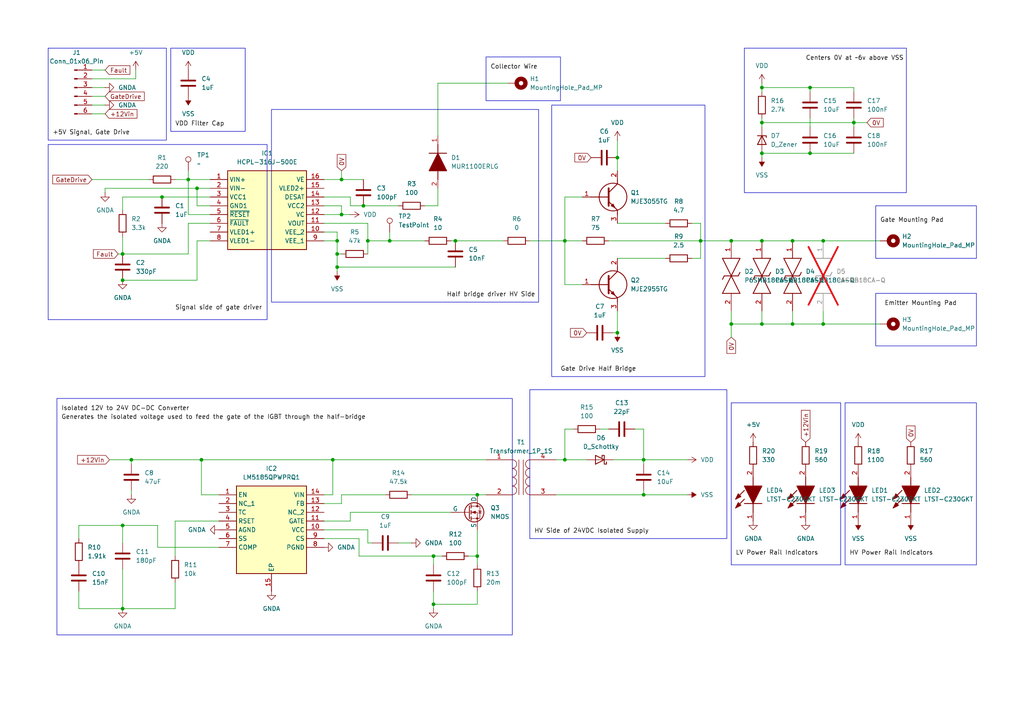
<source format=kicad_sch>
(kicad_sch (version 20231120) (generator "eeschema") (generator_version "8.0")
  (paper "A4")
  (title_block (title "IGBT Module Driver (CM600HA-24H)") (date "2025-02-06") (rev "1") (company "University of California, Santa Cruz"))
  (lib_symbols
    (symbol "Connector:Conn_01x06_Pin" (pin_names (offset 1.016) hide)
      (property "Reference" "J" (at 0 7.62 0))
      (property "Value" "Conn_01x06_Pin" (at 0 -10.16 0))
      (symbol "Conn_01x06_Pin_1_1"
        (pin passive line (at 5.08 5.08 180) (length 3.81) (name "Pin_1") (number "1"))
        (pin passive line (at 5.08 2.54 180) (length 3.81) (name "Pin_2") (number "2"))
        (pin passive line (at 5.08 0 180) (length 3.81) (name "Pin_3") (number "3"))
        (pin passive line (at 5.08 -2.54 180) (length 3.81) (name "Pin_4") (number "4"))
        (pin passive line (at 5.08 -5.08 180) (length 3.81) (name "Pin_5") (number "5"))
        (pin passive line (at 5.08 -7.62 180) (length 3.81) (name "Pin_6") (number "6"))
      )
    )
    (symbol "Connector:TestPoint" (pin_numbers hide) (pin_names (offset 0.762) hide)
      (property "Reference" "TP" (at 0 6.858 0))
      (property "Value" "TestPoint" (at 0 5.08 0))
      (symbol "TestPoint_1_1"
        (pin passive line (at 0 0 90) (length 2.54) (name "1") (number "1"))
      )
    )
    (symbol "Device:C" (pin_numbers hide) (pin_names (offset 0.254))
      (property "Reference" "C" (at 0.635 2.54 0))
      (property "Value" "C" (at 0.635 -2.54 0))
      (symbol "C_1_1"
        (pin passive line (at 0 3.81 270) (length 2.794) (name "~") (number "1"))
        (pin passive line (at 0 -3.81 90) (length 2.794) (name "~") (number "2"))
      )
    )
    (symbol "Device:D_Schottky" (pin_numbers hide) (pin_names (offset 1.016) hide)
      (property "Reference" "D" (at 0 2.54 0))
      (property "Value" "D_Schottky" (at 0 -2.54 0))
      (symbol "D_Schottky_1_1"
        (pin passive line (at -3.81 0 0) (length 2.54) (name "K") (number "1"))
        (pin passive line (at 3.81 0 180) (length 2.54) (name "A") (number "2"))
      )
    )
    (symbol "Device:D_Zener" (pin_numbers hide) (pin_names (offset 1.016) hide)
      (property "Reference" "D" (at 0 2.54 0))
      (property "Value" "D_Zener" (at 0 -2.54 0))
      (symbol "D_Zener_1_1"
        (pin passive line (at -3.81 0 0) (length 2.54) (name "K") (number "1"))
        (pin passive line (at 3.81 0 180) (length 2.54) (name "A") (number "2"))
      )
    )
    (symbol "Device:R" (pin_numbers hide) (pin_names (offset 0))
      (property "Reference" "R" (at 2.032 0 90))
      (property "Value" "R" (at 0 0 90))
      (symbol "R_1_1"
        (pin passive line (at 0 3.81 270) (length 1.27) (name "~") (number "1"))
        (pin passive line (at 0 -3.81 90) (length 1.27) (name "~") (number "2"))
      )
    )
    (symbol "Device:Transformer_1P_1S" (pin_names (offset 1.016) hide)
      (property "Reference" "T" (at 0 6.35 0))
      (property "Value" "Transformer_1P_1S" (at 0 -7.62 0))
      (symbol "Transformer_1P_1S_1_1"
        (pin passive line (at -10.16 5.08 0) (length 7.62) (name "AA") (number "1"))
        (pin passive line (at -10.16 -5.08 0) (length 7.62) (name "AB") (number "2"))
        (pin passive line (at 10.16 -5.08 180) (length 7.62) (name "SA") (number "3"))
        (pin passive line (at 10.16 5.08 180) (length 7.62) (name "SB") (number "4"))
      )
    )
    (symbol "InverterCom:HCPL-316J-500E"
      (property "Reference" "IC" (at 29.21 7.62 0))
      (property "Value" "HCPL-316J-500E" (at 29.21 5.08 0))
      (symbol "HCPL-316J-500E_1_1"
        (pin passive line (at 0 0 0) (length 5.08) (name "VIN+") (number "1"))
        (pin passive line (at 33.02 -15.24 180) (length 5.08) (name "VEE_2") (number "10"))
        (pin passive line (at 33.02 -12.7 180) (length 5.08) (name "VOUT") (number "11"))
        (pin passive line (at 33.02 -10.16 180) (length 5.08) (name "VC") (number "12"))
        (pin passive line (at 33.02 -7.62 180) (length 5.08) (name "VCC2") (number "13"))
        (pin passive line (at 33.02 -5.08 180) (length 5.08) (name "DESAT") (number "14"))
        (pin passive line (at 33.02 -2.54 180) (length 5.08) (name "VLED2+") (number "15"))
        (pin passive line (at 33.02 0 180) (length 5.08) (name "VE") (number "16"))
        (pin passive line (at 0 -2.54 0) (length 5.08) (name "VIN-") (number "2"))
        (pin passive line (at 0 -5.08 0) (length 5.08) (name "VCC1") (number "3"))
        (pin passive line (at 0 -7.62 0) (length 5.08) (name "GND1") (number "4"))
        (pin passive line (at 0 -10.16 0) (length 5.08) (name "~{RESET}") (number "5"))
        (pin passive line (at 0 -12.7 0) (length 5.08) (name "~{FAULT}") (number "6"))
        (pin passive line (at 0 -15.24 0) (length 5.08) (name "VLED1+") (number "7"))
        (pin passive line (at 0 -17.78 0) (length 5.08) (name "VLED1-") (number "8"))
        (pin passive line (at 33.02 -17.78 180) (length 5.08) (name "VEE_1") (number "9"))
      )
    )
    (symbol "InverterCom:LM5185QPWPRQ1"
      (property "Reference" "IC" (at 26.67 7.62 0))
      (property "Value" "LM5185QPWPRQ1" (at 26.67 5.08 0))
      (symbol "LM5185QPWPRQ1_1_1"
        (pin passive line (at 0 0 0) (length 5.08) (name "EN") (number "1"))
        (pin passive line (at 30.48 -10.16 180) (length 5.08) (name "VCC") (number "10"))
        (pin passive line (at 30.48 -7.62 180) (length 5.08) (name "GATE") (number "11"))
        (pin passive line (at 30.48 -5.08 180) (length 5.08) (name "NC_2") (number "12"))
        (pin passive line (at 30.48 -2.54 180) (length 5.08) (name "FB") (number "13"))
        (pin passive line (at 30.48 0 180) (length 5.08) (name "VIN") (number "14"))
        (pin passive line (at 15.24 -27.94 90) (length 5.08) (name "EP") (number "15"))
        (pin passive line (at 0 -2.54 0) (length 5.08) (name "NC_1") (number "2"))
        (pin passive line (at 0 -5.08 0) (length 5.08) (name "TC") (number "3"))
        (pin passive line (at 0 -7.62 0) (length 5.08) (name "RSET") (number "4"))
        (pin passive line (at 0 -10.16 0) (length 5.08) (name "AGND") (number "5"))
        (pin passive line (at 0 -12.7 0) (length 5.08) (name "SS") (number "6"))
        (pin passive line (at 0 -15.24 0) (length 5.08) (name "COMP") (number "7"))
        (pin passive line (at 30.48 -15.24 180) (length 5.08) (name "PGND") (number "8"))
        (pin passive line (at 30.48 -12.7 180) (length 5.08) (name "CS") (number "9"))
      )
    )
    (symbol "InverterCom:LTST-C230GKT" (pin_names hide)
      (property "Reference" "LED" (at 12.7 8.89 0))
      (property "Value" "LTST-C230GKT" (at 12.7 6.35 0))
      (symbol "LTST-C230GKT_1_1"
        (pin passive line (at 0 0 0) (length 2.54) (name "K") (number "1"))
        (pin passive line (at 15.24 0 180) (length 2.54) (name "A") (number "2"))
      )
    )
    (symbol "InverterCom:MJE3055TG" (pin_names hide)
      (property "Reference" "Q" (at 13.97 1.27 0))
      (property "Value" "MJE3055TG" (at 13.97 -1.27 0))
      (symbol "MJE3055TG_1_1"
        (pin passive line (at 0 0 0) (length 2.54) (name "B") (number "1"))
        (pin passive line (at 10.16 7.62 270) (length 2.54) (name "C") (number "2"))
        (pin passive line (at 10.16 -7.62 90) (length 2.54) (name "E") (number "3"))
      )
    )
    (symbol "InverterCom:MUR1100ERLG" (pin_names hide)
      (property "Reference" "D" (at 11.43 5.08 0))
      (property "Value" "MUR1100ERLG" (at 11.43 2.54 0))
      (symbol "MUR1100ERLG_1_1"
        (pin passive line (at 0 0 0) (length 2.54) (name "K") (number "1"))
        (pin passive line (at 15.24 0 180) (length 2.54) (name "A") (number "2"))
      )
    )
    (symbol "InverterCom:P6SMB18CA-Q" (pin_names hide)
      (property "Reference" "D" (at 4.572 5.588 0))
      (property "Value" "P6SMB18CA-Q" (at 4.572 3.556 0))
      (symbol "P6SMB18CA-Q_1_1"
        (pin passive line (at 0 0 0) (length 5.08) (name "1") (number "1"))
        (pin passive line (at 20.32 0 180) (length 5.08) (name "2") (number "2"))
      )
    )
    (symbol "Mechanical:MountingHole_Pad_MP" (pin_numbers hide) (pin_names (offset 1.016) hide) (exclude_from_sim yes) (in_bom no)
      (property "Reference" "H" (at 0 6.35 0))
      (property "Value" "MountingHole_Pad_MP" (at 0 4.445 0))
      (symbol "MountingHole_Pad_MP_1_1"
        (pin input line (at 0 -2.54 90) (length 2.54) (name "MP") (number "MP"))
      )
    )
    (symbol "Simulation_SPICE:NMOS" (pin_numbers hide) (pin_names (offset 0))
      (property "Reference" "Q" (at 5.08 1.27 0))
      (property "Value" "NMOS" (at 5.08 -1.27 0))
      (symbol "NMOS_1_1"
        (pin passive line (at 2.54 5.08 270) (length 2.54) (name "D") (number "1"))
        (pin input line (at -5.08 0 0) (length 2.54) (name "G") (number "2"))
        (pin passive line (at 2.54 -5.08 90) (length 2.54) (name "S") (number "3"))
      )
    )
    (symbol "power:+5V" (power) (pin_numbers hide) (pin_names (offset 0) hide)
      (property "Value" "+5V" (at 0 3.556 0))
      (symbol "+5V_1_1"
        (pin power_in line (at 0 0 90) (length 0) (name "~") (number "1"))
      )
    )
    (symbol "power:GNDA" (power) (pin_numbers hide) (pin_names (offset 0) hide)
      (property "Value" "GNDA" (at 0 -3.81 0))
      (symbol "GNDA_1_1"
        (pin power_in line (at 0 0 270) (length 0) (name "~") (number "1"))
      )
    )
    (symbol "power:VDD" (power) (pin_numbers hide) (pin_names (offset 0) hide)
      (property "Value" "VDD" (at 0 3.556 0))
      (symbol "VDD_1_1"
        (pin power_in line (at 0 0 90) (length 0) (name "~") (number "1"))
      )
    )
    (symbol "power:VSS" (power) (pin_numbers hide) (pin_names (offset 0) hide)
      (property "Value" "VSS" (at 0 3.556 0))
      (symbol "VSS_1_1"
        (pin power_in line (at 0 0 90) (length 0) (name "~") (number "1"))
      )
    )
  )
  (junction (at 163.83 133.35))
  (junction (at 138.43 161.29))
  (junction (at 46.99 57.15))
  (junction (at 186.69 143.51))
  (junction (at 220.98 69.85))
  (junction (at 220.98 44.45))
  (junction (at 54.61 52.07))
  (junction (at 97.79 73.66))
  (junction (at 220.98 25.4))
  (junction (at 125.73 161.29))
  (junction (at 99.06 62.23))
  (junction (at 179.07 96.52))
  (junction (at 186.69 133.35))
  (junction (at 179.07 45.72))
  (junction (at 163.83 69.85))
  (junction (at 58.42 133.35))
  (junction (at 132.08 69.85))
  (junction (at 106.68 69.85))
  (junction (at 99.06 52.07))
  (junction (at 220.98 35.56))
  (junction (at 35.56 81.28))
  (junction (at 247.65 35.56))
  (junction (at 125.73 175.26))
  (junction (at 35.56 152.4))
  (junction (at 238.76 69.85))
  (junction (at 229.87 69.85))
  (junction (at 35.56 176.53))
  (junction (at 113.03 69.85))
  (junction (at 229.87 93.98))
  (junction (at 97.79 77.47))
  (junction (at 234.95 25.4))
  (junction (at 138.43 143.51))
  (junction (at 203.2 69.85))
  (junction (at 35.56 73.66))
  (junction (at 57.15 54.61))
  (junction (at 96.52 133.35))
  (junction (at 212.09 69.85))
  (junction (at 234.95 44.45))
  (junction (at 238.76 93.98))
  (junction (at 105.41 59.69))
  (junction (at 38.1 133.35))
  (junction (at 97.79 69.85))
  (junction (at 220.98 93.98))
  (junction (at 212.09 93.98))
  (wire (pts (xy 234.95 44.45) (xy 247.65 44.45)))
  (wire (pts (xy 106.68 69.85) (xy 113.03 69.85)))
  (wire (pts (xy 212.09 93.98) (xy 212.09 97.79)))
  (wire (pts (xy 220.98 26.67) (xy 220.98 25.4)))
  (wire (pts (xy 111.76 143.51) (xy 99.06 143.51)))
  (wire (pts (xy 163.83 57.15) (xy 168.91 57.15)))
  (wire (pts (xy 93.98 151.13) (xy 101.6 151.13)))
  (wire (pts (xy 234.95 25.4) (xy 247.65 25.4)))
  (wire (pts (xy 179.07 64.77) (xy 193.04 64.77)))
  (wire (pts (xy 35.56 176.53) (xy 22.86 176.53)))
  (wire (pts (xy 184.15 124.46) (xy 186.69 124.46)))
  (wire (pts (xy 26.67 25.4) (xy 30.48 25.4)))
  (wire (pts (xy 179.07 90.17) (xy 179.07 96.52)))
  (wire (pts (xy 127 39.37) (xy 127 24.13)))
  (wire (pts (xy 60.96 69.85) (xy 57.15 69.85)))
  (wire (pts (xy 138.43 161.29) (xy 138.43 163.83)))
  (wire (pts (xy 50.8 52.07) (xy 54.61 52.07)))
  (wire (pts (xy 26.67 33.02) (xy 30.48 33.02)))
  (wire (pts (xy 57.15 81.28) (xy 35.56 81.28)))
  (wire (pts (xy 60.96 64.77) (xy 54.61 64.77)))
  (wire (pts (xy 22.86 152.4) (xy 22.86 156.21)))
  (wire (pts (xy 238.76 69.85) (xy 255.27 69.85)))
  (wire (pts (xy 125.73 176.53) (xy 125.73 175.26)))
  (wire (pts (xy 113.03 69.85) (xy 113.03 67.31)))
  (wire (pts (xy 220.98 25.4) (xy 220.98 24.13)))
  (wire (pts (xy 35.56 152.4) (xy 35.56 157.48)))
  (wire (pts (xy 229.87 69.85) (xy 238.76 69.85)))
  (wire (pts (xy 113.03 69.85) (xy 123.19 69.85)))
  (wire (pts (xy 138.43 143.51) (xy 119.38 143.51)))
  (wire (pts (xy 54.61 62.23) (xy 54.61 52.07)))
  (wire (pts (xy 125.73 175.26) (xy 125.73 171.45)))
  (wire (pts (xy 57.15 54.61) (xy 57.15 59.69)))
  (wire (pts (xy 104.14 156.21) (xy 93.98 156.21)))
  (wire (pts (xy 163.83 69.85) (xy 163.83 57.15)))
  (wire (pts (xy 220.98 44.45) (xy 234.95 44.45)))
  (wire (pts (xy 161.29 133.35) (xy 163.83 133.35)))
  (wire (pts (xy 93.98 67.31) (xy 97.79 67.31)))
  (wire (pts (xy 186.69 143.51) (xy 186.69 142.24)))
  (wire (pts (xy 220.98 69.85) (xy 229.87 69.85)))
  (wire (pts (xy 135.89 161.29) (xy 138.43 161.29)))
  (wire (pts (xy 57.15 69.85) (xy 57.15 81.28)))
  (wire (pts (xy 125.73 161.29) (xy 128.27 161.29)))
  (wire (pts (xy 93.98 57.15) (xy 101.6 57.15)))
  (wire (pts (xy 101.6 151.13) (xy 101.6 148.59)))
  (wire (pts (xy 54.61 64.77) (xy 54.61 73.66)))
  (wire (pts (xy 101.6 148.59) (xy 130.81 148.59)))
  (wire (pts (xy 203.2 64.77) (xy 203.2 69.85)))
  (wire (pts (xy 34.29 73.66) (xy 35.56 73.66)))
  (wire (pts (xy 97.79 73.66) (xy 97.79 77.47)))
  (wire (pts (xy 35.56 57.15) (xy 35.56 60.96)))
  (wire (pts (xy 30.48 54.61) (xy 30.48 55.88)))
  (wire (pts (xy 127 54.61) (xy 127 59.69)))
  (wire (pts (xy 186.69 124.46) (xy 186.69 133.35)))
  (wire (pts (xy 96.52 133.35) (xy 140.97 133.35)))
  (wire (pts (xy 220.98 25.4) (xy 234.95 25.4)))
  (wire (pts (xy 99.06 62.23) (xy 93.98 62.23)))
  (wire (pts (xy 63.5 151.13) (xy 50.8 151.13)))
  (wire (pts (xy 106.68 157.48) (xy 107.95 157.48)))
  (wire (pts (xy 247.65 25.4) (xy 247.65 26.67)))
  (wire (pts (xy 99.06 52.07) (xy 99.06 49.53)))
  (wire (pts (xy 93.98 59.69) (xy 99.06 59.69)))
  (wire (pts (xy 203.2 74.93) (xy 203.2 69.85)))
  (wire (pts (xy 63.5 143.51) (xy 58.42 143.51)))
  (wire (pts (xy 35.56 165.1) (xy 35.56 176.53)))
  (wire (pts (xy 220.98 93.98) (xy 212.09 93.98)))
  (wire (pts (xy 132.08 69.85) (xy 146.05 69.85)))
  (wire (pts (xy 255.27 93.98) (xy 238.76 93.98)))
  (wire (pts (xy 99.06 59.69) (xy 99.06 62.23)))
  (wire (pts (xy 38.1 133.35) (xy 58.42 133.35)))
  (wire (pts (xy 200.66 74.93) (xy 203.2 74.93)))
  (wire (pts (xy 45.72 158.75) (xy 45.72 152.4)))
  (wire (pts (xy 30.48 54.61) (xy 57.15 54.61)))
  (wire (pts (xy 179.07 40.64) (xy 179.07 45.72)))
  (wire (pts (xy 229.87 93.98) (xy 220.98 93.98)))
  (wire (pts (xy 57.15 59.69) (xy 60.96 59.69)))
  (wire (pts (xy 220.98 34.29) (xy 220.98 35.56)))
  (wire (pts (xy 106.68 69.85) (xy 106.68 73.66)))
  (wire (pts (xy 58.42 133.35) (xy 96.52 133.35)))
  (wire (pts (xy 60.96 54.61) (xy 57.15 54.61)))
  (wire (pts (xy 138.43 171.45) (xy 138.43 175.26)))
  (wire (pts (xy 106.68 153.67) (xy 93.98 153.67)))
  (wire (pts (xy 168.91 69.85) (xy 163.83 69.85)))
  (wire (pts (xy 105.41 59.69) (xy 115.57 59.69)))
  (wire (pts (xy 35.56 73.66) (xy 35.56 68.58)))
  (wire (pts (xy 234.95 26.67) (xy 234.95 25.4)))
  (wire (pts (xy 168.91 82.55) (xy 163.83 82.55)))
  (wire (pts (xy 186.69 133.35) (xy 199.39 133.35)))
  (wire (pts (xy 238.76 90.17) (xy 238.76 93.98)))
  (wire (pts (xy 26.67 52.07) (xy 43.18 52.07)))
  (wire (pts (xy 234.95 34.29) (xy 234.95 36.83)))
  (wire (pts (xy 93.98 64.77) (xy 106.68 64.77)))
  (wire (pts (xy 247.65 35.56) (xy 247.65 36.83)))
  (wire (pts (xy 186.69 133.35) (xy 177.8 133.35)))
  (wire (pts (xy 101.6 62.23) (xy 99.06 62.23)))
  (wire (pts (xy 50.8 168.91) (xy 50.8 176.53)))
  (wire (pts (xy 212.09 93.98) (xy 212.09 90.17)))
  (wire (pts (xy 176.53 69.85) (xy 203.2 69.85)))
  (wire (pts (xy 186.69 143.51) (xy 199.39 143.51)))
  (wire (pts (xy 127 59.69) (xy 123.19 59.69)))
  (wire (pts (xy 93.98 52.07) (xy 99.06 52.07)))
  (wire (pts (xy 54.61 73.66) (xy 35.56 73.66)))
  (wire (pts (xy 153.67 69.85) (xy 163.83 69.85)))
  (wire (pts (xy 238.76 93.98) (xy 229.87 93.98)))
  (wire (pts (xy 106.68 64.77) (xy 106.68 69.85)))
  (wire (pts (xy 26.67 20.32) (xy 30.48 20.32)))
  (wire (pts (xy 26.67 30.48) (xy 30.48 30.48)))
  (wire (pts (xy 203.2 64.77) (xy 200.66 64.77)))
  (wire (pts (xy 163.83 133.35) (xy 170.18 133.35)))
  (wire (pts (xy 247.65 35.56) (xy 251.46 35.56)))
  (wire (pts (xy 119.38 157.48) (xy 115.57 157.48)))
  (wire (pts (xy 186.69 133.35) (xy 186.69 134.62)))
  (wire (pts (xy 35.56 152.4) (xy 22.86 152.4)))
  (wire (pts (xy 97.79 67.31) (xy 97.79 69.85)))
  (wire (pts (xy 97.79 69.85) (xy 93.98 69.85)))
  (wire (pts (xy 60.96 62.23) (xy 54.61 62.23)))
  (wire (pts (xy 63.5 158.75) (xy 45.72 158.75)))
  (wire (pts (xy 38.1 142.24) (xy 38.1 143.51)))
  (wire (pts (xy 97.79 73.66) (xy 99.06 73.66)))
  (wire (pts (xy 138.43 153.67) (xy 138.43 161.29)))
  (wire (pts (xy 97.79 78.74) (xy 97.79 77.47)))
  (wire (pts (xy 93.98 143.51) (xy 96.52 143.51)))
  (wire (pts (xy 54.61 52.07) (xy 60.96 52.07)))
  (wire (pts (xy 54.61 49.53) (xy 54.61 52.07)))
  (wire (pts (xy 220.98 45.72) (xy 220.98 44.45)))
  (wire (pts (xy 22.86 176.53) (xy 22.86 171.45)))
  (wire (pts (xy 203.2 69.85) (xy 212.09 69.85)))
  (wire (pts (xy 179.07 74.93) (xy 193.04 74.93)))
  (wire (pts (xy 220.98 35.56) (xy 220.98 36.83)))
  (wire (pts (xy 138.43 175.26) (xy 125.73 175.26)))
  (wire (pts (xy 60.96 57.15) (xy 46.99 57.15)))
  (wire (pts (xy 247.65 34.29) (xy 247.65 35.56)))
  (wire (pts (xy 97.79 69.85) (xy 97.79 73.66)))
  (wire (pts (xy 173.99 124.46) (xy 176.53 124.46)))
  (wire (pts (xy 97.79 77.47) (xy 132.08 77.47)))
  (wire (pts (xy 125.73 161.29) (xy 125.73 163.83)))
  (wire (pts (xy 96.52 143.51) (xy 96.52 133.35)))
  (wire (pts (xy 31.75 133.35) (xy 38.1 133.35)))
  (wire (pts (xy 212.09 69.85) (xy 220.98 69.85)))
  (wire (pts (xy 163.83 82.55) (xy 163.83 69.85)))
  (wire (pts (xy 127 24.13) (xy 147.32 24.13)))
  (wire (pts (xy 163.83 124.46) (xy 163.83 133.35)))
  (wire (pts (xy 99.06 143.51) (xy 99.06 146.05)))
  (wire (pts (xy 50.8 151.13) (xy 50.8 161.29)))
  (wire (pts (xy 229.87 90.17) (xy 229.87 93.98)))
  (wire (pts (xy 104.14 161.29) (xy 125.73 161.29)))
  (wire (pts (xy 38.1 133.35) (xy 38.1 134.62)))
  (wire (pts (xy 26.67 27.94) (xy 30.48 27.94)))
  (wire (pts (xy 166.37 124.46) (xy 163.83 124.46)))
  (wire (pts (xy 99.06 146.05) (xy 93.98 146.05)))
  (wire (pts (xy 26.67 22.86) (xy 39.37 22.86)))
  (wire (pts (xy 101.6 57.15) (xy 101.6 59.69)))
  (wire (pts (xy 177.8 96.52) (xy 179.07 96.52)))
  (wire (pts (xy 220.98 35.56) (xy 247.65 35.56)))
  (wire (pts (xy 138.43 143.51) (xy 140.97 143.51)))
  (wire (pts (xy 220.98 90.17) (xy 220.98 93.98)))
  (wire (pts (xy 50.8 176.53) (xy 35.56 176.53)))
  (wire (pts (xy 161.29 143.51) (xy 186.69 143.51)))
  (wire (pts (xy 99.06 52.07) (xy 105.41 52.07)))
  (wire (pts (xy 45.72 152.4) (xy 35.56 152.4)))
  (wire (pts (xy 58.42 143.51) (xy 58.42 133.35)))
  (wire (pts (xy 106.68 157.48) (xy 106.68 153.67)))
  (wire (pts (xy 130.81 69.85) (xy 132.08 69.85)))
  (wire (pts (xy 101.6 59.69) (xy 105.41 59.69)))
  (wire (pts (xy 179.07 45.72) (xy 179.07 49.53)))
  (wire (pts (xy 46.99 57.15) (xy 35.56 57.15)))
  (wire (pts (xy 104.14 156.21) (xy 104.14 161.29)))
  (wire (pts (xy 39.37 22.86) (xy 39.37 20.32)))
  (rectangle (start 215.9 13.97) (end 262.89 55.88))
  (rectangle (start 140.97 16.51) (end 162.56 29.21))
  (rectangle (start 13.97 41.91) (end 77.47 92.71))
  (rectangle (start 212.09 116.84) (end 243.84 163.83))
  (rectangle (start 153.67 113.03) (end 210.82 156.21))
  (rectangle (start 254 59.69) (end 283.21 74.93))
  (rectangle (start 49.53 13.97) (end 71.12 38.1))
  (rectangle (start 160.02 30.48) (end 204.47 109.22))
  (rectangle (start 16.51 115.57) (end 148.59 184.15))
  (rectangle (start 245.11 116.84) (end 283.21 163.83))
  (rectangle (start 254 85.09) (end 283.21 100.33))
  (rectangle (start 13.97 13.97) (end 48.26 40.64))
  (rectangle (start 78.74 31.75) (end 156.21 87.63))
  (label "HV Power Rail Indicators" (at 246.38 161.29 0))
  (label "HV Side of 24VDC Isolated Supply" (at 154.94 154.94 0))
  (label "Signal side of gate driver" (at 50.8 90.17 0))
  (label "Emitter Mounting Pad" (at 256.54 88.9 0))
  (label "Generates the isolated voltage used to feed the gate of the IGBT through the half-bridge" (at 17.78 121.92 0))
  (label "VDD Filter Cap" (at 50.8 36.83 0))
  (label "Half bridge driver HV Side" (at 129.54 86.36 0))
  (label "Collector Wire" (at 142.24 20.32 0))
  (label "Centers 0V at ~6v above VSS" (at 233.68 17.78 0))
  (label "Gate Mounting Pad" (at 255.27 64.77 0))
  (label "Gate Drive Half Bridge" (at 162.56 107.95 0))
  (label "+5V Signal, Gate Drive" (at 15.24 39.37 0))
  (label "LV Power Rail Indicators" (at 213.36 161.29 0))
  (label "Isolated 12V to 24V DC-DC Converter" (at 17.78 119.38 0))
  (global_label "0V" (shape input) (at 251.46 35.56 0) (property "Intersheetrefs" "${INTERSHEET_REFS}" (effects (hide yes))))
  (global_label "GateDrive" (shape input) (at 26.67 52.07 180) (property "Intersheetrefs" "${INTERSHEET_REFS}" (effects (hide yes))))
  (global_label "Fault" (shape input) (at 34.29 73.66 180) (property "Intersheetrefs" "${INTERSHEET_REFS}" (effects (hide yes))))
  (global_label "0V" (shape input) (at 171.45 45.72 180) (property "Intersheetrefs" "${INTERSHEET_REFS}" (effects (hide yes))))
  (global_label "+12Vin" (shape input) (at 30.48 33.02 0) (property "Intersheetrefs" "${INTERSHEET_REFS}" (effects (hide yes))))
  (global_label "GateDrive" (shape input) (at 30.48 27.94 0) (property "Intersheetrefs" "${INTERSHEET_REFS}" (effects (hide yes))))
  (global_label "0V" (shape input) (at 99.06 49.53 90) (property "Intersheetrefs" "${INTERSHEET_REFS}" (effects (hide yes))))
  (global_label "0V" (shape input) (at 264.16 128.27 90) (property "Intersheetrefs" "${INTERSHEET_REFS}" (effects (hide yes))))
  (global_label "+12Vin" (shape input) (at 233.68 128.27 90) (property "Intersheetrefs" "${INTERSHEET_REFS}" (effects (hide yes))))
  (global_label "0V" (shape input) (at 212.09 97.79 270) (property "Intersheetrefs" "${INTERSHEET_REFS}" (effects (hide yes))))
  (global_label "0V" (shape input) (at 170.18 96.52 180) (property "Intersheetrefs" "${INTERSHEET_REFS}" (effects (hide yes))))
  (global_label "Fault" (shape input) (at 30.48 20.32 0) (property "Intersheetrefs" "${INTERSHEET_REFS}" (effects (hide yes))))
  (global_label "+12Vin" (shape input) (at 31.75 133.35 180) (property "Intersheetrefs" "${INTERSHEET_REFS}" (effects (hide yes))))
  (symbol (lib_id "InverterCom:P6SMB18CA-Q") (at 212.09 69.85 270) (unit 1)
    (property "Reference" "D2" (at 215.9 78.7399 90) (effects (justify left)))
    (property "Value" "P6SMB18CA-Q" (at 215.9 81.2799 90) (effects (justify left)))
    (property "Footprint" "DIONM5443X244N" (effects (hide yes)))
    (property "Datasheet" "https://www.bourns.com/docs/product-datasheets/p6smb-q.pdf?sfvrsn=a8c47bf6_59" (effects (hide yes)))
    (property "Description" "P6SMB-Q Transient Voltage Suppressor Diode Series, Bi-Directional" (effects (hide yes)))
    (property "Height" "2.44" (effects (hide yes)))
    (property "Mouser Part Number" "652-P6SMB18CA-Q" (effects (hide yes)))
    (property "Mouser Price/Stock" "https://www.mouser.co.uk/ProductDetail/Bourns/P6SMB18CA-Q?qs=%252B6g0mu59x7J8pA%252B%2FYZXG8Q%3D%3D" (effects (hide yes)))
    (property "Manufacturer_Name" "Bourns" (effects (hide yes)))
    (property "Manufacturer_Part_Number" "P6SMB18CA-Q" (effects (hide yes)))
  )
  (symbol (lib_id "Device:R") (at 46.99 52.07 90) (unit 1)
    (property "Reference" "R1" (at 46.99 45.72 90))
    (property "Value" "220" (at 46.99 48.26 90))
    (property "Footprint" "1210" (effects (hide yes)))
    (property "Description" "Resistor" (effects (hide yes)))
  )
  (symbol (lib_id "Device:R") (at 132.08 161.29 90) (unit 1)
    (property "Reference" "R12" (at 132.08 154.94 90))
    (property "Value" "100" (at 132.08 157.48 90))
    (property "Footprint" "1210" (effects (hide yes)))
    (property "Description" "Resistor" (effects (hide yes)))
  )
  (symbol (lib_id "power:GNDA") (at 38.1 143.51 0) (unit 1)
    (property "Reference" "#PWR013" (effects (hide yes)))
    (property "Value" "GNDA" (at 38.1 148.59 0))
    (property "Description" "Power symbol creates a global label with name \"GNDA\" , analog ground" (effects (hide yes)))
  )
  (symbol (lib_id "Connector:TestPoint") (at 113.03 67.31 0) (unit 1)
    (property "Reference" "TP2" (at 115.57 62.7379 0) (effects (justify left)))
    (property "Value" "TestPoint" (at 115.57 65.2779 0) (effects (justify left)))
    (property "Description" "test point" (effects (hide yes)))
  )
  (symbol (lib_id "Device:C") (at 125.73 167.64 0) (unit 1)
    (property "Reference" "C12" (at 129.54 166.3699 0) (effects (justify left)))
    (property "Value" "100pF" (at 129.54 168.9099 0) (effects (justify left)))
    (property "Description" "Unpolarized capacitor" (effects (hide yes)))
  )
  (symbol (lib_id "power:GNDA") (at 35.56 81.28 0) (unit 1)
    (property "Reference" "#PWR03" (effects (hide yes)))
    (property "Value" "GNDA" (at 35.56 86.36 0))
    (property "Description" "Power symbol creates a global label with name \"GNDA\" , analog ground" (effects (hide yes)))
  )
  (symbol (lib_id "power:GNDA") (at 218.44 151.13 0) (unit 1)
    (property "Reference" "#PWR028" (effects (hide yes)))
    (property "Value" "GNDA" (at 218.44 156.21 0))
    (property "Description" "Power symbol creates a global label with name \"GNDA\" , analog ground" (effects (hide yes)))
  )
  (symbol (lib_id "Connector:TestPoint") (at 54.61 49.53 0) (unit 1)
    (property "Reference" "TP1" (at 57.15 44.9579 0) (effects (justify left)))
    (property "Value" "~" (at 57.15 47.4979 0) (effects (justify left)))
    (property "Description" "test point" (effects (hide yes)))
  )
  (symbol (lib_id "power:GNDA") (at 125.73 176.53 0) (unit 1)
    (property "Reference" "#PWR019" (effects (hide yes)))
    (property "Value" "GNDA" (at 125.73 181.61 0))
    (property "Description" "Power symbol creates a global label with name \"GNDA\" , analog ground" (effects (hide yes)))
  )
  (symbol (lib_id "Device:R") (at 138.43 167.64 180) (unit 1)
    (property "Reference" "R13" (at 140.97 166.3699 0) (effects (justify right)))
    (property "Value" "20m" (at 140.97 168.9099 0) (effects (justify right)))
    (property "Footprint" "1210" (effects (hide yes)))
    (property "Description" "Resistor NOTE THE LOWER CASE M, NOT CAPITAL M" (effects (hide yes)))
  )
  (symbol (lib_id "power:GNDA") (at 35.56 176.53 0) (unit 1)
    (property "Reference" "#PWR015" (effects (hide yes)))
    (property "Value" "GNDA" (at 35.56 181.61 0))
    (property "Description" "Power symbol creates a global label with name \"GNDA\" , analog ground" (effects (hide yes)))
  )
  (symbol (lib_id "Device:R") (at 233.68 132.08 0) (unit 1)
    (property "Reference" "R19" (at 236.22 130.8099 0) (effects (justify left)))
    (property "Value" "560" (at 236.22 133.3499 0) (effects (justify left)))
    (property "Footprint" "1210" (effects (hide yes)))
    (property "Description" "Resistor" (effects (hide yes)))
  )
  (symbol (lib_id "power:VDD") (at 199.39 133.35 270) (unit 1)
    (property "Reference" "#PWR020" (effects (hide yes)))
    (property "Value" "VDD" (at 203.2 133.3499 90) (effects (justify left)))
    (property "Description" "Power symbol creates a global label with name \"VDD\"" (effects (hide yes)))
  )
  (symbol (lib_id "Device:R") (at 149.86 69.85 90) (unit 1)
    (property "Reference" "R6" (at 149.86 63.5 90))
    (property "Value" "0" (at 149.86 66.04 90))
    (property "Footprint" "1210" (effects (hide yes)))
    (property "Description" "Resistor" (effects (hide yes)))
  )
  (symbol (lib_id "InverterCom:LM5185QPWPRQ1") (at 63.5 143.51 0) (unit 1)
    (property "Reference" "IC2" (at 78.74 135.89 0))
    (property "Value" "LM5185QPWPRQ1" (at 78.74 138.43 0))
    (property "Footprint" "SOP65P640X120-15N" (effects (hide yes)))
    (property "Datasheet" "https://www.mouser.in/ProductDetail/Texas-Instruments/LM5185QPWPRQ1?qs=Z%252BL2brAPG1K5xXl7I70Yhw%3D%3D" (effects (hide yes)))
    (property "Description" "Switching Controllers PSR FLYBUCK CONTRL WITH EXTERNAL MOSFET" (effects (hide yes)))
    (property "Height" "1.2" (effects (hide yes)))
    (property "Mouser Part Number" "595-LM5185QPWPRQ1" (effects (hide yes)))
    (property "Mouser Price/Stock" "https://www.mouser.co.uk/ProductDetail/Texas-Instruments/LM5185QPWPRQ1?qs=Z%252BL2brAPG1K5xXl7I70Yhw%3D%3D" (effects (hide yes)))
    (property "Manufacturer_Name" "Texas Instruments" (effects (hide yes)))
    (property "Manufacturer_Part_Number" "LM5185QPWPRQ1" (effects (hide yes)))
  )
  (symbol (lib_id "InverterCom:P6SMB18CA-Q") (at 220.98 69.85 270) (unit 1)
    (property "Reference" "D3" (at 224.79 78.7399 90) (effects (justify left)))
    (property "Value" "P6SMB18CA-Q" (at 224.79 81.2799 90) (effects (justify left)))
    (property "Footprint" "DIONM5443X244N" (effects (hide yes)))
    (property "Datasheet" "https://www.bourns.com/docs/product-datasheets/p6smb-q.pdf?sfvrsn=a8c47bf6_59" (effects (hide yes)))
    (property "Description" "P6SMB-Q Transient Voltage Suppressor Diode Series, Bi-Directional" (effects (hide yes)))
    (property "Height" "2.44" (effects (hide yes)))
    (property "Mouser Part Number" "652-P6SMB18CA-Q" (effects (hide yes)))
    (property "Mouser Price/Stock" "https://www.mouser.co.uk/ProductDetail/Bourns/P6SMB18CA-Q?qs=%252B6g0mu59x7J8pA%252B%2FYZXG8Q%3D%3D" (effects (hide yes)))
    (property "Manufacturer_Name" "Bourns" (effects (hide yes)))
    (property "Manufacturer_Part_Number" "P6SMB18CA-Q" (effects (hide yes)))
  )
  (symbol (lib_id "Device:R") (at 119.38 59.69 90) (unit 1)
    (property "Reference" "R3" (at 119.38 53.34 90))
    (property "Value" "100" (at 119.38 55.88 90))
    (property "Footprint" "1210" (effects (hide yes)))
    (property "Description" "Resistor" (effects (hide yes)))
  )
  (symbol (lib_id "power:VDD") (at 101.6 62.23 270) (unit 1)
    (property "Reference" "#PWR09" (effects (hide yes)))
    (property "Value" "VDD" (at 105.41 62.2299 90) (effects (justify left)))
    (property "Description" "Power symbol creates a global label with name \"VDD\"" (effects (hide yes)))
  )
  (symbol (lib_id "power:GNDA") (at 63.5 153.67 270) (unit 1)
    (property "Reference" "#PWR016" (effects (hide yes)))
    (property "Value" "GNDA" (at 59.69 153.6699 90) (effects (justify right)))
    (property "Description" "Power symbol creates a global label with name \"GNDA\" , analog ground" (effects (hide yes)))
  )
  (symbol (lib_id "Device:C") (at 186.69 138.43 0) (unit 1)
    (property "Reference" "C14" (at 190.5 137.1599 0) (effects (justify left)))
    (property "Value" "10uF" (at 190.5 139.6999 0) (effects (justify left)))
    (property "Description" "Unpolarized capacitor" (effects (hide yes)))
  )
  (symbol (lib_id "power:GNDA") (at 30.48 25.4 90) (unit 1)
    (property "Reference" "#PWR06" (effects (hide yes)))
    (property "Value" "GNDA" (at 34.29 25.3999 90) (effects (justify right)))
    (property "Description" "Power symbol creates a global label with name \"GNDA\" , analog ground" (effects (hide yes)))
  )
  (symbol (lib_id "power:GNDA") (at 119.38 157.48 90) (unit 1)
    (property "Reference" "#PWR014" (effects (hide yes)))
    (property "Value" "GNDA" (at 123.19 157.4799 90) (effects (justify right)))
    (property "Description" "Power symbol creates a global label with name \"GNDA\" , analog ground" (effects (hide yes)))
  )
  (symbol (lib_id "Device:C") (at 234.95 30.48 0) (unit 1)
    (property "Reference" "C15" (at 238.76 29.2099 0) (effects (justify left)))
    (property "Value" "10uF" (at 238.76 31.7499 0) (effects (justify left)))
    (property "Description" "Unpolarized capacitor" (effects (hide yes)))
  )
  (symbol (lib_id "Device:C") (at 111.76 157.48 90) (unit 1)
    (property "Reference" "C9" (at 111.76 149.86 90))
    (property "Value" "1uF" (at 111.76 152.4 90))
    (property "Description" "Unpolarized capacitor" (effects (hide yes)))
  )
  (symbol (lib_id "Device:C") (at 175.26 45.72 270) (unit 1)
    (property "Reference" "C6" (at 175.26 38.1 90))
    (property "Value" "1uF" (at 175.26 40.64 90))
    (property "Description" "Unpolarized capacitor" (effects (hide yes)))
  )
  (symbol (lib_id "Device:R") (at 172.72 69.85 90) (unit 1)
    (property "Reference" "R7" (at 172.72 63.5 90))
    (property "Value" "75" (at 172.72 66.04 90))
    (property "Footprint" "1210" (effects (hide yes)))
    (property "Description" "Resistor" (effects (hide yes)))
  )
  (symbol (lib_id "power:VDD") (at 54.61 20.32 0) (unit 1)
    (property "Reference" "#PWR07" (effects (hide yes)))
    (property "Value" "VDD" (at 54.61 15.24 0))
    (property "Description" "Power symbol creates a global label with name \"VDD\"" (effects (hide yes)))
  )
  (symbol (lib_id "Device:R") (at 218.44 132.08 0) (unit 1)
    (property "Reference" "R20" (at 220.98 130.8099 0) (effects (justify left)))
    (property "Value" "330" (at 220.98 133.3499 0) (effects (justify left)))
    (property "Footprint" "1210" (effects (hide yes)))
    (property "Description" "Resistor" (effects (hide yes)))
  )
  (symbol (lib_id "power:VSS") (at 97.79 78.74 180) (unit 1)
    (property "Reference" "#PWR010" (effects (hide yes)))
    (property "Value" "VSS" (at 97.79 83.82 0))
    (property "Description" "Power symbol creates a global label with name \"VSS\"" (effects (hide yes)))
  )
  (symbol (lib_id "Device:R") (at 115.57 143.51 90) (unit 1)
    (property "Reference" "R14" (at 115.57 137.16 90))
    (property "Value" "47.5k" (at 115.57 139.7 90))
    (property "Footprint" "1210" (effects (hide yes)))
    (property "Description" "Resistor" (effects (hide yes)))
  )
  (symbol (lib_id "power:VSS") (at 179.07 96.52 180) (unit 1)
    (property "Reference" "#PWR012" (effects (hide yes)))
    (property "Value" "VSS" (at 179.07 101.6 0))
    (property "Description" "Power symbol creates a global label with name \"VSS\"" (effects (hide yes)))
  )
  (symbol (lib_id "InverterCom:P6SMB18CA-Q") (at 229.87 69.85 270) (unit 1)
    (property "Reference" "D4" (at 233.68 78.7399 90) (effects (justify left)))
    (property "Value" "P6SMB18CA-Q" (at 233.68 81.2799 90) (effects (justify left)))
    (property "Footprint" "DIONM5443X244N" (effects (hide yes)))
    (property "Datasheet" "https://www.bourns.com/docs/product-datasheets/p6smb-q.pdf?sfvrsn=a8c47bf6_59" (effects (hide yes)))
    (property "Description" "P6SMB-Q Transient Voltage Suppressor Diode Series, Bi-Directional" (effects (hide yes)))
    (property "Height" "2.44" (effects (hide yes)))
    (property "Mouser Part Number" "652-P6SMB18CA-Q" (effects (hide yes)))
    (property "Mouser Price/Stock" "https://www.mouser.co.uk/ProductDetail/Bourns/P6SMB18CA-Q?qs=%252B6g0mu59x7J8pA%252B%2FYZXG8Q%3D%3D" (effects (hide yes)))
    (property "Manufacturer_Name" "Bourns" (effects (hide yes)))
    (property "Manufacturer_Part_Number" "P6SMB18CA-Q" (effects (hide yes)))
  )
  (symbol (lib_id "Device:D_Zener") (at 220.98 40.64 270) (unit 1)
    (property "Reference" "D7" (at 223.52 39.3699 90) (effects (justify left)))
    (property "Value" "D_Zener" (at 223.52 41.9099 90) (effects (justify left)))
    (property "Description" "Zener diode" (effects (hide yes)))
  )
  (symbol (lib_id "Device:C") (at 46.99 60.96 0) (unit 1)
    (property "Reference" "C1" (at 50.8 59.6899 0) (effects (justify left)))
    (property "Value" "1uF" (at 50.8 62.2299 0) (effects (justify left)))
    (property "Description" "Unpolarized capacitor" (effects (hide yes)))
  )
  (symbol (lib_id "power:VSS") (at 264.16 151.13 180) (unit 1)
    (property "Reference" "#PWR024" (effects (hide yes)))
    (property "Value" "VSS" (at 264.16 156.21 0))
    (property "Description" "Power symbol creates a global label with name \"VSS\"" (effects (hide yes)))
  )
  (symbol (lib_id "power:GNDA") (at 30.48 55.88 0) (unit 1)
    (property "Reference" "#PWR01" (effects (hide yes)))
    (property "Value" "GNDA" (at 30.48 60.96 0))
    (property "Description" "Power symbol creates a global label with name \"GNDA\" , analog ground" (effects (hide yes)))
  )
  (symbol (lib_id "Device:D_Schottky") (at 173.99 133.35 180) (unit 1)
    (property "Reference" "D6" (at 174.3075 127 0))
    (property "Value" "D_Schottky" (at 174.3075 129.54 0))
    (property "Description" "Schottky diode" (effects (hide yes)))
  )
  (symbol (lib_id "Mechanical:MountingHole_Pad_MP") (at 257.81 93.98 270) (unit 1) (exclude_from_sim yes) (in_bom no)
    (property "Reference" "H3" (at 261.62 92.7099 90) (effects (justify left)))
    (property "Value" "MountingHole_Pad_MP" (at 261.62 95.2499 90) (effects (justify left)))
    (property "Description" "Mounting Hole with connection as pad named MP" (effects (hide yes)))
  )
  (symbol (lib_id "Device:C") (at 234.95 40.64 0) (unit 1)
    (property "Reference" "C16" (at 238.76 39.3699 0) (effects (justify left)))
    (property "Value" "10uF" (at 238.76 41.9099 0) (effects (justify left)))
    (property "Description" "Unpolarized capacitor" (effects (hide yes)))
  )
  (symbol (lib_id "Connector:Conn_01x06_Pin") (at 21.59 25.4 0) (unit 1)
    (property "Reference" "J1" (at 22.225 15.24 0))
    (property "Value" "Conn_01x06_Pin" (at 22.225 17.78 0))
    (property "Description" "Generic connector, single row, 01x06, script generated" (effects (hide yes)))
  )
  (symbol (lib_id "Mechanical:MountingHole_Pad_MP") (at 257.81 69.85 270) (unit 1) (exclude_from_sim yes) (in_bom no)
    (property "Reference" "H2" (at 261.62 68.5799 90) (effects (justify left)))
    (property "Value" "MountingHole_Pad_MP" (at 261.62 71.1199 90) (effects (justify left)))
    (property "Description" "Mounting Hole with connection as pad named MP" (effects (hide yes)))
  )
  (symbol (lib_id "power:VSS") (at 54.61 27.94 180) (unit 1)
    (property "Reference" "#PWR08" (effects (hide yes)))
    (property "Value" "VSS" (at 54.61 33.02 0))
    (property "Description" "Power symbol creates a global label with name \"VSS\"" (effects (hide yes)))
  )
  (symbol (lib_id "InverterCom:LTST-C230GKT") (at 248.92 151.13 90) (unit 1)
    (property "Reference" "LED1" (at 252.73 142.2399 90) (effects (justify right)))
    (property "Value" "LTST-C230GKT" (at 252.73 144.7799 90) (effects (justify right)))
    (property "Footprint" "LEDC3216X120N" (effects (hide yes)))
    (property "Description" "Lite-On LTST-C230GKT Green LED, 569 nm, 3016 (1206), Rectangle Lens SMD Package" (effects (hide yes)))
    (property "Height" "1.2" (effects (hide yes)))
    (property "Mouser Part Number" "859-LTST-C230GKT" (effects (hide yes)))
    (property "Mouser Price/Stock" "https://www.mouser.co.uk/ProductDetail/Lite-On/LTST-C230GKT?qs=7ZnIBiPc9DrbEstVFO1DAg%3D%3D" (effects (hide yes)))
    (property "Manufacturer_Name" "Lite-On" (effects (hide yes)))
    (property "Manufacturer_Part_Number" "LTST-C230GKT" (effects (hide yes)))
  )
  (symbol (lib_id "power:VSS") (at 220.98 45.72 180) (unit 1)
    (property "Reference" "#PWR022" (effects (hide yes)))
    (property "Value" "VSS" (at 220.98 50.8 0))
    (property "Description" "Power symbol creates a global label with name \"VSS\"" (effects (hide yes)))
  )
  (symbol (lib_id "Device:R") (at 35.56 64.77 0) (unit 1)
    (property "Reference" "R2" (at 38.1 63.4999 0) (effects (justify left)))
    (property "Value" "3.3k" (at 38.1 66.0399 0) (effects (justify left)))
    (property "Footprint" "1210" (effects (hide yes)))
    (property "Description" "Resistor" (effects (hide yes)))
  )
  (symbol (lib_id "Device:C") (at 132.08 73.66 180) (unit 1)
    (property "Reference" "C5" (at 135.89 72.3899 0) (effects (justify right)))
    (property "Value" "10nF" (at 135.89 74.9299 0) (effects (justify right)))
    (property "Description" "Unpolarized capacitor" (effects (hide yes)))
  )
  (symbol (lib_id "InverterCom:MJE3055TG") (at 168.91 57.15 0) (unit 1)
    (property "Reference" "Q1" (at 182.88 55.8799 0) (effects (justify left)))
    (property "Value" "MJE3055TG" (at 182.88 58.4199 0) (effects (justify left)))
    (property "Footprint" "TO254P483X1010X2035-3P" (effects (hide yes)))
    (property "Datasheet" "https://www.onsemi.com/pub/Collateral/MJE2955T-D.PDF" (effects (hide yes)))
    (property "Description" "DC Current Gain Specified to 10 Amperes; High Current Gain - Bandwidth Product - fT = 2.0 MHz (Min) @ IC fT = 500 mAdc; Pb-Free Packages are Available" (effects (hide yes)))
    (property "Height" "4.83" (effects (hide yes)))
    (property "Mouser Part Number" "863-MJE3055TG" (effects (hide yes)))
    (property "Mouser Price/Stock" "https://www.mouser.co.uk/ProductDetail/onsemi/MJE3055TG?qs=HVbQlW5zcXUpZ6jjVRRo8A%3D%3D" (effects (hide yes)))
    (property "Manufacturer_Name" "onsemi" (effects (hide yes)))
    (property "Manufacturer_Part_Number" "MJE3055TG" (effects (hide yes)))
  )
  (symbol (lib_id "power:VDD") (at 248.92 128.27 0) (unit 1)
    (property "Reference" "#PWR025" (effects (hide yes)))
    (property "Value" "VDD" (at 248.92 123.19 0))
    (property "Description" "Power symbol creates a global label with name \"VDD\"" (effects (hide yes)))
  )
  (symbol (lib_id "Mechanical:MountingHole_Pad_MP") (at 149.86 24.13 270) (unit 1) (exclude_from_sim yes) (in_bom no)
    (property "Reference" "H1" (at 153.67 22.8599 90) (effects (justify left)))
    (property "Value" "MountingHole_Pad_MP" (at 153.67 25.3999 90) (effects (justify left)))
    (property "Description" "Mounting Hole with connection as pad named MP" (effects (hide yes)))
  )
  (symbol (lib_id "power:VDD") (at 179.07 40.64 0) (unit 1)
    (property "Reference" "#PWR011" (effects (hide yes)))
    (property "Value" "VDD" (at 179.07 35.56 0))
    (property "Description" "Power symbol creates a global label with name \"VDD\"" (effects (hide yes)))
  )
  (symbol (lib_id "Device:C") (at 105.41 55.88 0) (unit 1)
    (property "Reference" "C3" (at 109.22 54.6099 0) (effects (justify left)))
    (property "Value" "100pF" (at 109.22 57.1499 0) (effects (justify left)))
    (property "Description" "Unpolarized capacitor" (effects (hide yes)))
  )
  (symbol (lib_id "power:+5V") (at 218.44 128.27 0) (unit 1)
    (property "Reference" "#PWR027" (effects (hide yes)))
    (property "Value" "+5V" (at 218.44 123.19 0))
    (property "Description" "Power symbol creates a global label with name \"+5V\"" (effects (hide yes)))
  )
  (symbol (lib_id "power:+5V") (at 39.37 20.32 0) (unit 1)
    (property "Reference" "#PWR04" (effects (hide yes)))
    (property "Value" "+5V" (at 39.37 15.24 0))
    (property "Description" "Power symbol creates a global label with name \"+5V\"" (effects (hide yes)))
  )
  (symbol (lib_id "Device:C") (at 180.34 124.46 90) (unit 1)
    (property "Reference" "C13" (at 180.34 116.84 90))
    (property "Value" "22pF" (at 180.34 119.38 90))
    (property "Description" "Unpolarized capacitor" (effects (hide yes)))
  )
  (symbol (lib_id "Device:C") (at 247.65 40.64 0) (unit 1)
    (property "Reference" "C18" (at 251.46 39.3699 0) (effects (justify left)))
    (property "Value" "100nF" (at 251.46 41.9099 0) (effects (justify left)))
    (property "Description" "Unpolarized capacitor" (effects (hide yes)))
  )
  (symbol (lib_id "Device:C") (at 247.65 30.48 0) (unit 1)
    (property "Reference" "C17" (at 251.46 29.2099 0) (effects (justify left)))
    (property "Value" "100nF" (at 251.46 31.7499 0) (effects (justify left)))
    (property "Description" "Unpolarized capacitor" (effects (hide yes)))
  )
  (symbol (lib_id "Device:R") (at 196.85 64.77 90) (unit 1)
    (property "Reference" "R8" (at 196.85 58.42 90))
    (property "Value" "4.7" (at 196.85 60.96 90))
    (property "Footprint" "1210" (effects (hide yes)))
    (property "Description" "Resistor" (effects (hide yes)))
  )
  (symbol (lib_id "Device:R") (at 22.86 160.02 0) (unit 1)
    (property "Reference" "R10" (at 25.4 158.7499 0) (effects (justify left)))
    (property "Value" "1.91k" (at 25.4 161.2899 0) (effects (justify left)))
    (property "Footprint" "1210" (effects (hide yes)))
    (property "Description" "Resistor" (effects (hide yes)))
  )
  (symbol (lib_id "Device:R") (at 196.85 74.93 90) (unit 1)
    (property "Reference" "R9" (at 196.85 68.58 90))
    (property "Value" "2.5" (at 196.85 71.12 90))
    (property "Footprint" "1210" (effects (hide yes)))
    (property "Description" "Resistor" (effects (hide yes)))
  )
  (symbol (lib_id "InverterCom:LTST-C230GKT") (at 264.16 151.13 90) (unit 1)
    (property "Reference" "LED2" (at 267.97 142.2399 90) (effects (justify right)))
    (property "Value" "LTST-C230GKT" (at 267.97 144.7799 90) (effects (justify right)))
    (property "Footprint" "LEDC3216X120N" (effects (hide yes)))
    (property "Description" "Lite-On LTST-C230GKT Green LED, 569 nm, 3016 (1206), Rectangle Lens SMD Package" (effects (hide yes)))
    (property "Height" "1.2" (effects (hide yes)))
    (property "Mouser Part Number" "859-LTST-C230GKT" (effects (hide yes)))
    (property "Mouser Price/Stock" "https://www.mouser.co.uk/ProductDetail/Lite-On/LTST-C230GKT?qs=7ZnIBiPc9DrbEstVFO1DAg%3D%3D" (effects (hide yes)))
    (property "Manufacturer_Name" "Lite-On" (effects (hide yes)))
    (property "Manufacturer_Part_Number" "LTST-C230GKT" (effects (hide yes)))
  )
  (symbol (lib_id "Simulation_SPICE:NMOS") (at 135.89 148.59 0) (unit 1)
    (property "Reference" "Q3" (at 142.24 147.3199 0) (effects (justify left)))
    (property "Value" "NMOS" (at 142.24 149.8599 0) (effects (justify left)))
    (property "Datasheet" "https://ngspice.sourceforge.io/docs/ngspice-html-manual/manual.xhtml#cha_MOSFETs" (effects (hide yes)))
    (property "Description" "N-MOSFET transistor, drain/source/gate" (effects (hide yes)))
    (property "Sim.Device" "NMOS" (effects (hide yes)))
    (property "Sim.Type" "VDMOS" (effects (hide yes)))
    (property "Sim.Pins" "1=D 2=G 3=S" (effects (hide yes)))
  )
  (symbol (lib_id "Device:C") (at 35.56 161.29 0) (unit 1)
    (property "Reference" "C11" (at 39.37 160.0199 0) (effects (justify left)))
    (property "Value" "180pF" (at 39.37 162.5599 0) (effects (justify left)))
    (property "Description" "Unpolarized capacitor" (effects (hide yes)))
  )
  (symbol (lib_id "Device:C") (at 173.99 96.52 270) (unit 1)
    (property "Reference" "C7" (at 173.99 88.9 90))
    (property "Value" "1uF" (at 173.99 91.44 90))
    (property "Description" "Unpolarized capacitor" (effects (hide yes)))
  )
  (symbol (lib_id "power:GNDA") (at 233.68 151.13 0) (unit 1)
    (property "Reference" "#PWR029" (effects (hide yes)))
    (property "Value" "GNDA" (at 233.68 156.21 0))
    (property "Description" "Power symbol creates a global label with name \"GNDA\" , analog ground" (effects (hide yes)))
  )
  (symbol (lib_id "InverterCom:LTST-C230GKT") (at 233.68 151.13 90) (unit 1)
    (property "Reference" "LED3" (at 237.49 142.2399 90) (effects (justify right)))
    (property "Value" "LTST-C230GKT" (at 237.49 144.7799 90) (effects (justify right)))
    (property "Footprint" "LEDC3216X120N" (effects (hide yes)))
    (property "Description" "Lite-On LTST-C230GKT Green LED, 569 nm, 3016 (1206), Rectangle Lens SMD Package" (effects (hide yes)))
    (property "Height" "1.2" (effects (hide yes)))
    (property "Mouser Part Number" "859-LTST-C230GKT" (effects (hide yes)))
    (property "Mouser Price/Stock" "https://www.mouser.co.uk/ProductDetail/Lite-On/LTST-C230GKT?qs=7ZnIBiPc9DrbEstVFO1DAg%3D%3D" (effects (hide yes)))
    (property "Manufacturer_Name" "Lite-On" (effects (hide yes)))
    (property "Manufacturer_Part_Number" "LTST-C230GKT" (effects (hide yes)))
  )
  (symbol (lib_id "Device:R") (at 102.87 73.66 270) (unit 1)
    (property "Reference" "R5" (at 102.87 67.31 90))
    (property "Value" "47k" (at 102.87 69.85 90))
    (property "Footprint" "1210" (effects (hide yes)))
    (property "Description" "Resistor" (effects (hide yes)))
  )
  (symbol (lib_id "InverterCom:P6SMB18CA-Q") (at 238.76 69.85 270) (unit 1) (dnp yes)
    (property "Reference" "D5" (at 242.57 78.7399 90) (effects (justify left)))
    (property "Value" "P6SMB18CA-Q" (at 242.57 81.2799 90) (effects (justify left)))
    (property "Footprint" "DIONM5443X244N" (effects (hide yes)))
    (property "Datasheet" "https://www.bourns.com/docs/product-datasheets/p6smb-q.pdf?sfvrsn=a8c47bf6_59" (effects (hide yes)))
    (property "Description" "P6SMB-Q Transient Voltage Suppressor Diode Series, Bi-Directional" (effects (hide yes)))
    (property "Height" "2.44" (effects (hide yes)))
    (property "Mouser Part Number" "652-P6SMB18CA-Q" (effects (hide yes)))
    (property "Mouser Price/Stock" "https://www.mouser.co.uk/ProductDetail/Bourns/P6SMB18CA-Q?qs=%252B6g0mu59x7J8pA%252B%2FYZXG8Q%3D%3D" (effects (hide yes)))
    (property "Manufacturer_Name" "Bourns" (effects (hide yes)))
    (property "Manufacturer_Part_Number" "P6SMB18CA-Q" (effects (hide yes)))
  )
  (symbol (lib_id "Device:R") (at 50.8 165.1 0) (unit 1)
    (property "Reference" "R11" (at 53.34 163.8299 0) (effects (justify left)))
    (property "Value" "10k" (at 53.34 166.3699 0) (effects (justify left)))
    (property "Footprint" "1210" (effects (hide yes)))
    (property "Description" "Resistor" (effects (hide yes)))
  )
  (symbol (lib_id "Device:R") (at 264.16 132.08 0) (unit 1)
    (property "Reference" "R17" (at 266.7 130.8099 0) (effects (justify left)))
    (property "Value" "560" (at 266.7 133.3499 0) (effects (justify left)))
    (property "Footprint" "1210" (effects (hide yes)))
    (property "Description" "Resistor" (effects (hide yes)))
  )
  (symbol (lib_id "power:VSS") (at 199.39 143.51 270) (unit 1)
    (property "Reference" "#PWR021" (effects (hide yes)))
    (property "Value" "VSS" (at 203.2 143.5099 90) (effects (justify left)))
    (property "Description" "Power symbol creates a global label with name \"VSS\"" (effects (hide yes)))
  )
  (symbol (lib_id "Device:R") (at 220.98 30.48 180) (unit 1)
    (property "Reference" "R16" (at 223.52 29.2099 0) (effects (justify right)))
    (property "Value" "2.7k" (at 223.52 31.7499 0) (effects (justify right)))
    (property "Footprint" "1210" (effects (hide yes)))
    (property "Description" "Resistor" (effects (hide yes)))
  )
  (symbol (lib_id "InverterCom:MJE3055TG") (at 168.91 82.55 0) (unit 1)
    (property "Reference" "Q2" (at 182.88 81.2799 0) (effects (justify left)))
    (property "Value" "MJE2955TG" (at 182.88 83.8199 0) (effects (justify left)))
    (property "Footprint" "TO254P483X1010X2035-3P" (effects (hide yes)))
    (property "Datasheet" "https://www.onsemi.com/pub/Collateral/MJE2955T-D.PDF" (effects (hide yes)))
    (property "Description" "DC Current Gain Specified to 10 Amperes; High Current Gain - Bandwidth Product - fT = 2.0 MHz (Min) @ IC fT = 500 mAdc; Pb-Free Packages are Available" (effects (hide yes)))
    (property "Height" "4.83" (effects (hide yes)))
    (property "Mouser Part Number" "863-MJE3055TG" (effects (hide yes)))
    (property "Mouser Price/Stock" "https://www.mouser.co.uk/ProductDetail/onsemi/MJE3055TG?qs=HVbQlW5zcXUpZ6jjVRRo8A%3D%3D" (effects (hide yes)))
    (property "Manufacturer_Name" "onsemi" (effects (hide yes)))
    (property "Manufacturer_Part_Number" "MJE3055TG" (effects (hide yes)))
  )
  (symbol (lib_id "Device:C") (at 54.61 24.13 180) (unit 1)
    (property "Reference" "C4" (at 58.42 22.8599 0) (effects (justify right)))
    (property "Value" "1uF" (at 58.42 25.3999 0) (effects (justify right)))
    (property "Description" "Unpolarized capacitor" (effects (hide yes)))
  )
  (symbol (lib_id "power:GNDA") (at 46.99 64.77 0) (unit 1)
    (property "Reference" "#PWR02" (effects (hide yes)))
    (property "Value" "GNDA" (at 46.99 69.85 0))
    (property "Description" "Power symbol creates a global label with name \"GNDA\" , analog ground" (effects (hide yes)))
  )
  (symbol (lib_id "InverterCom:MUR1100ERLG") (at 127 39.37 270) (unit 1)
    (property "Reference" "D1" (at 130.81 45.7199 90) (effects (justify left)))
    (property "Value" "MUR1100ERLG" (at 130.81 48.2599 90) (effects (justify left)))
    (property "Footprint" "DIOAD1405W86L465D235" (effects (hide yes)))
    (property "Datasheet" "https://www.onsemi.com/pub/Collateral/MUR180E-D.PDF" (effects (hide yes)))
    (property "Description" "10 mjoules Avalanche Energy Guaranteed; Excellent Protection Against Voltage Transients in Switching Inductive Load Circuits; Ultrafast 75 Nanosecond Recovery Time; 175C Operating Junction Temperature; Low Forward Voltage; Low Leakage Current; High Temperature Glass Passivated Junction; Reverse Voltage to 1000 Volts Mechanical Characteristics:; Case: Epoxy, Molded; Weight: 0.4 gram (approximately); Finish: All External Surfaces Corrosion Resistant and Terminal Leads are Readily Solderable; Lead Temperature" (effects (hide yes)))
    (property "Mouser Part Number" "863-MUR1100ERLG" (effects (hide yes)))
    (property "Mouser Price/Stock" "https://www.mouser.co.uk/ProductDetail/onsemi/MUR1100ERLG?qs=Gev%252BmEvV0iYU5SXMT2pK9w%3D%3D" (effects (hide yes)))
    (property "Manufacturer_Name" "onsemi" (effects (hide yes)))
    (property "Manufacturer_Part_Number" "MUR1100ERLG" (effects (hide yes)))
  )
  (symbol (lib_id "Device:R") (at 248.92 132.08 0) (unit 1)
    (property "Reference" "R18" (at 251.46 130.8099 0) (effects (justify left)))
    (property "Value" "1100" (at 251.46 133.3499 0) (effects (justify left)))
    (property "Footprint" "1210" (effects (hide yes)))
    (property "Description" "Resistor" (effects (hide yes)))
  )
  (symbol (lib_id "power:GNDA") (at 93.98 158.75 90) (unit 1)
    (property "Reference" "#PWR017" (effects (hide yes)))
    (property "Value" "GNDA" (at 97.79 158.7499 90) (effects (justify right)))
    (property "Description" "Power symbol creates a global label with name \"GNDA\" , analog ground" (effects (hide yes)))
  )
  (symbol (lib_id "power:VDD") (at 220.98 24.13 0) (unit 1)
    (property "Reference" "#PWR023" (effects (hide yes)))
    (property "Value" "VDD" (at 220.98 19.05 0))
    (property "Description" "Power symbol creates a global label with name \"VDD\"" (effects (hide yes)))
  )
  (symbol (lib_id "Device:Transformer_1P_1S") (at 151.13 138.43 0) (unit 1)
    (property "Reference" "T1" (at 151.1427 128.27 0))
    (property "Value" "Transformer_1P_1S" (at 151.1427 130.81 0))
    (property "Description" "Transformer, single primary, single secondary" (effects (hide yes)))
  )
  (symbol (lib_id "Device:R") (at 170.18 124.46 90) (unit 1)
    (property "Reference" "R15" (at 170.18 118.11 90))
    (property "Value" "100" (at 170.18 120.65 90))
    (property "Footprint" "1210" (effects (hide yes)))
    (property "Description" "Resistor" (effects (hide yes)))
  )
  (symbol (lib_id "power:GNDA") (at 30.48 30.48 90) (unit 1)
    (property "Reference" "#PWR05" (effects (hide yes)))
    (property "Value" "GNDA" (at 34.29 30.4799 90) (effects (justify right)))
    (property "Description" "Power symbol creates a global label with name \"GNDA\" , analog ground" (effects (hide yes)))
  )
  (symbol (lib_id "power:VSS") (at 248.92 151.13 180) (unit 1)
    (property "Reference" "#PWR026" (effects (hide yes)))
    (property "Value" "VSS" (at 248.92 156.21 0))
    (property "Description" "Power symbol creates a global label with name \"VSS\"" (effects (hide yes)))
  )
  (symbol (lib_id "power:GNDA") (at 78.74 171.45 0) (unit 1)
    (property "Reference" "#PWR018" (effects (hide yes)))
    (property "Value" "GNDA" (at 78.74 176.53 0))
    (property "Description" "Power symbol creates a global label with name \"GNDA\" , analog ground" (effects (hide yes)))
  )
  (symbol (lib_id "InverterCom:HCPL-316J-500E") (at 60.96 52.07 0) (unit 1)
    (property "Reference" "IC1" (at 77.47 44.45 0))
    (property "Value" "HCPL-316J-500E" (at 77.47 46.99 0))
    (property "Footprint" "SOIC127P1036X391-16N" (effects (hide yes)))
    (property "Datasheet" "https://docs.broadcom.com/doc/AV02-0717EN" (effects (hide yes)))
    (property "Description" "2.5A Gate Driver Optical Coupling 5000Vrms 1 Channel 16-SO" (effects (hide yes)))
    (property "Height" "3.911" (effects (hide yes)))
    (property "Mouser Part Number" "630-HCPL-316J-500E" (effects (hide yes)))
    (property "Mouser Price/Stock" "https://www.mouser.co.uk/ProductDetail/Broadcom-Avago/HCPL-316J-500E?qs=s%252BgfxR24RQ5bfr5kc6yRkw%3D%3D" (effects (hide yes)))
    (property "Manufacturer_Name" "Avago Technologies" (effects (hide yes)))
    (property "Manufacturer_Part_Number" "HCPL-316J-500E" (effects (hide yes)))
  )
  (symbol (lib_id "Device:R") (at 127 69.85 90) (unit 1)
    (property "Reference" "R4" (at 127 63.5 90))
    (property "Value" "10" (at 127 66.04 90))
    (property "Footprint" "1210" (effects (hide yes)))
    (property "Description" "Resistor" (effects (hide yes)))
  )
  (symbol (lib_id "Device:C") (at 35.56 77.47 0) (unit 1)
    (property "Reference" "C2" (at 39.37 76.1999 0) (effects (justify left)))
    (property "Value" "330pF" (at 39.37 78.7399 0) (effects (justify left)))
    (property "Description" "Unpolarized capacitor" (effects (hide yes)))
  )
  (symbol (lib_id "Device:C") (at 22.86 167.64 0) (unit 1)
    (property "Reference" "C10" (at 26.67 166.3699 0) (effects (justify left)))
    (property "Value" "15nF" (at 26.67 168.9099 0) (effects (justify left)))
    (property "Description" "Unpolarized capacitor" (effects (hide yes)))
  )
  (symbol (lib_id "Device:C") (at 38.1 138.43 0) (unit 1)
    (property "Reference" "C8" (at 41.91 137.1599 0) (effects (justify left)))
    (property "Value" "47uF" (at 41.91 139.6999 0) (effects (justify left)))
    (property "Description" "Unpolarized capacitor" (effects (hide yes)))
  )
  (symbol (lib_id "InverterCom:LTST-C230GKT") (at 218.44 151.13 90) (unit 1)
    (property "Reference" "LED4" (at 222.25 142.2399 90) (effects (justify right)))
    (property "Value" "LTST-C230GKT" (at 222.25 144.7799 90) (effects (justify right)))
    (property "Footprint" "LEDC3216X120N" (effects (hide yes)))
    (property "Description" "Lite-On LTST-C230GKT Green LED, 569 nm, 3016 (1206), Rectangle Lens SMD Package" (effects (hide yes)))
    (property "Height" "1.2" (effects (hide yes)))
    (property "Mouser Part Number" "859-LTST-C230GKT" (effects (hide yes)))
    (property "Mouser Price/Stock" "https://www.mouser.co.uk/ProductDetail/Lite-On/LTST-C230GKT?qs=7ZnIBiPc9DrbEstVFO1DAg%3D%3D" (effects (hide yes)))
    (property "Manufacturer_Name" "Lite-On" (effects (hide yes)))
    (property "Manufacturer_Part_Number" "LTST-C230GKT" (effects (hide yes)))
  )
)
</source>
